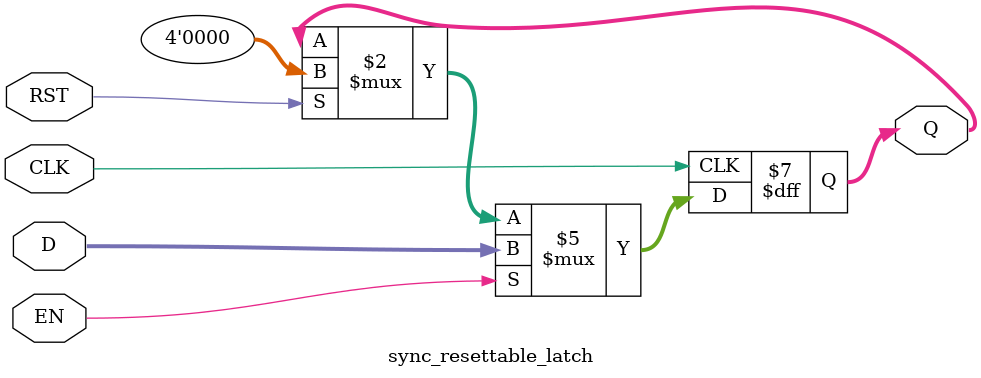
<source format=v>

module sync_resettable_latch(
    input [3:0] D,
    input EN,
    input RST,
    input CLK,
    output reg [3:0] Q
);

always @(posedge CLK) begin
    if (EN) begin
        Q <= D;
    end else if (RST) begin
        Q <= 4'b0;
    end
end

endmodule
</source>
